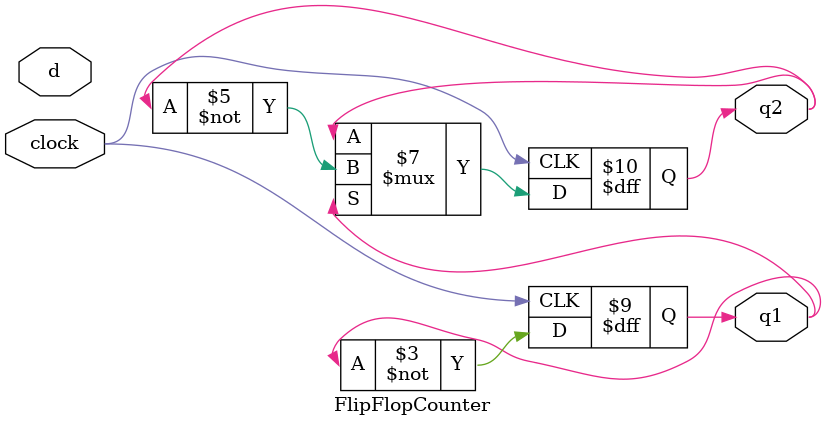
<source format=v>
module FlipFlopCounter (  input wire clock,
  output reg q1,
  output reg q2,
  input wire d
);

  always @(posedge clock) begin
    q1 <= ~q1;
    if (q1 == 1'b1) begin
      q2 <= ~q2;
    end
    d <= q1 ^ q2;
  end

endmodule

module MainModule (
  input wire clock,
  output wire q1,
  output wire q2
);

  wire d;
  reg q1_reg, q2_reg;

  FlipFlopCounter flipflop (
    .clock(clock),
    .q1(q1_reg),
    .q2(q2_reg),
    .d(d)
  );

  always @(posedge clock) begin
    q1_reg <= q1;
    q2_reg <= q2;
  end

endmodule

</source>
